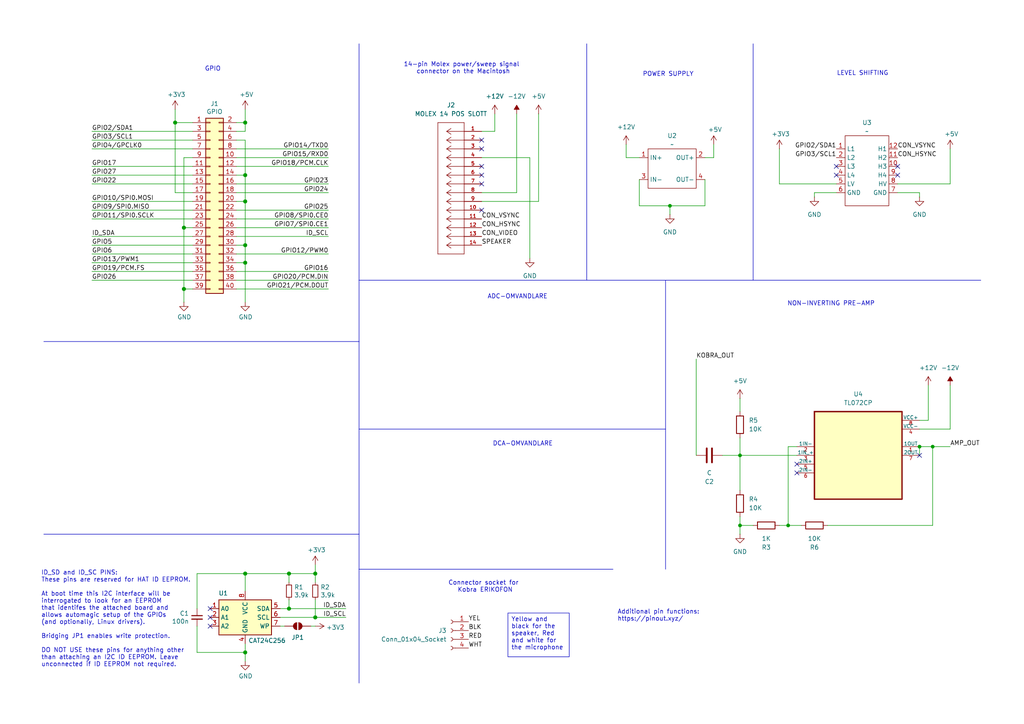
<source format=kicad_sch>
(kicad_sch (version 20250114) (generator "eeschema") (generator_version "9.0")
  (paper "A4")
  (title_block (date "15 nov 2012"))
  (lib_symbols
    (symbol "Connector:Conn_01x04_Socket" (pin_names (offset 1.016) (hide yes))
      (property "Reference" "J" (at 0 5.08 0))
      (property "Value" "Conn_01x04_Socket" (at 0 -7.62 0))
      (symbol "Conn_01x04_Socket_1_1"
        (polyline (pts (xy -1.27 2.54) (xy -0.508 2.54)) (stroke (width 0.1524)))
        (polyline (pts (xy -1.27 0) (xy -0.508 0)) (stroke (width 0.1524)))
        (polyline (pts (xy -1.27 -2.54) (xy -0.508 -2.54)) (stroke (width 0.1524)))
        (polyline (pts (xy -1.27 -5.08) (xy -0.508 -5.08)) (stroke (width 0.1524)))
        (arc (start 0 2.032) (mid -0.5058 2.54) (end 0 3.048) (stroke (width 0.1524)))
        (arc (start 0 -0.508) (mid -0.5058 0) (end 0 0.508) (stroke (width 0.1524)))
        (arc (start 0 -3.048) (mid -0.5058 -2.54) (end 0 -2.032) (stroke (width 0.1524)))
        (arc (start 0 -5.588) (mid -0.5058 -5.08) (end 0 -4.572) (stroke (width 0.1524)))
        (pin passive line (at -5.08 2.54 0) (length 3.81) (name "Pin_1") (number "1"))
        (pin passive line (at -5.08 0 0) (length 3.81) (name "Pin_2") (number "2"))
        (pin passive line (at -5.08 -2.54 0) (length 3.81) (name "Pin_3") (number "3"))
        (pin passive line (at -5.08 -5.08 0) (length 3.81) (name "Pin_4") (number "4"))
      )
    )
    (symbol "Connector_Generic:Conn_02x20_Odd_Even" (pin_names (offset 1.016) (hide yes))
      (property "Reference" "J" (at 1.27 25.4 0))
      (property "Value" "Conn_02x20_Odd_Even" (at 1.27 -27.94 0))
      (symbol "Conn_02x20_Odd_Even_1_1"
        (rectangle (start -1.27 24.13) (end 3.81 -26.67) (stroke (width 0.254)) (fill (type background)))
        (rectangle (start -1.27 22.987) (end 0 22.733) (stroke (width 0.1524)))
        (rectangle (start -1.27 20.447) (end 0 20.193) (stroke (width 0.1524)))
        (rectangle (start -1.27 17.907) (end 0 17.653) (stroke (width 0.1524)))
        (rectangle (start -1.27 15.367) (end 0 15.113) (stroke (width 0.1524)))
        (rectangle (start -1.27 12.827) (end 0 12.573) (stroke (width 0.1524)))
        (rectangle (start -1.27 10.287) (end 0 10.033) (stroke (width 0.1524)))
        (rectangle (start -1.27 7.747) (end 0 7.493) (stroke (width 0.1524)))
        (rectangle (start -1.27 5.207) (end 0 4.953) (stroke (width 0.1524)))
        (rectangle (start -1.27 2.667) (end 0 2.413) (stroke (width 0.1524)))
        (rectangle (start -1.27 0.127) (end 0 -0.127) (stroke (width 0.1524)))
        (rectangle (start -1.27 -2.413) (end 0 -2.667) (stroke (width 0.1524)))
        (rectangle (start -1.27 -4.953) (end 0 -5.207) (stroke (width 0.1524)))
        (rectangle (start -1.27 -7.493) (end 0 -7.747) (stroke (width 0.1524)))
        (rectangle (start -1.27 -10.033) (end 0 -10.287) (stroke (width 0.1524)))
        (rectangle (start -1.27 -12.573) (end 0 -12.827) (stroke (width 0.1524)))
        (rectangle (start -1.27 -15.113) (end 0 -15.367) (stroke (width 0.1524)))
        (rectangle (start -1.27 -17.653) (end 0 -17.907) (stroke (width 0.1524)))
        (rectangle (start -1.27 -20.193) (end 0 -20.447) (stroke (width 0.1524)))
        (rectangle (start -1.27 -22.733) (end 0 -22.987) (stroke (width 0.1524)))
        (rectangle (start -1.27 -25.273) (end 0 -25.527) (stroke (width 0.1524)))
        (rectangle (start 3.81 22.987) (end 2.54 22.733) (stroke (width 0.1524)))
        (rectangle (start 3.81 20.447) (end 2.54 20.193) (stroke (width 0.1524)))
        (rectangle (start 3.81 17.907) (end 2.54 17.653) (stroke (width 0.1524)))
        (rectangle (start 3.81 15.367) (end 2.54 15.113) (stroke (width 0.1524)))
        (rectangle (start 3.81 12.827) (end 2.54 12.573) (stroke (width 0.1524)))
        (rectangle (start 3.81 10.287) (end 2.54 10.033) (stroke (width 0.1524)))
        (rectangle (start 3.81 7.747) (end 2.54 7.493) (stroke (width 0.1524)))
        (rectangle (start 3.81 5.207) (end 2.54 4.953) (stroke (width 0.1524)))
        (rectangle (start 3.81 2.667) (end 2.54 2.413) (stroke (width 0.1524)))
        (rectangle (start 3.81 0.127) (end 2.54 -0.127) (stroke (width 0.1524)))
        (rectangle (start 3.81 -2.413) (end 2.54 -2.667) (stroke (width 0.1524)))
        (rectangle (start 3.81 -4.953) (end 2.54 -5.207) (stroke (width 0.1524)))
        (rectangle (start 3.81 -7.493) (end 2.54 -7.747) (stroke (width 0.1524)))
        (rectangle (start 3.81 -10.033) (end 2.54 -10.287) (stroke (width 0.1524)))
        (rectangle (start 3.81 -12.573) (end 2.54 -12.827) (stroke (width 0.1524)))
        (rectangle (start 3.81 -15.113) (end 2.54 -15.367) (stroke (width 0.1524)))
        (rectangle (start 3.81 -17.653) (end 2.54 -17.907) (stroke (width 0.1524)))
        (rectangle (start 3.81 -20.193) (end 2.54 -20.447) (stroke (width 0.1524)))
        (rectangle (start 3.81 -22.733) (end 2.54 -22.987) (stroke (width 0.1524)))
        (rectangle (start 3.81 -25.273) (end 2.54 -25.527) (stroke (width 0.1524)))
        (pin passive line (at -5.08 22.86 0) (length 3.81) (name "Pin_1") (number "1"))
        (pin passive line (at -5.08 20.32 0) (length 3.81) (name "Pin_3") (number "3"))
        (pin passive line (at -5.08 17.78 0) (length 3.81) (name "Pin_5") (number "5"))
        (pin passive line (at -5.08 15.24 0) (length 3.81) (name "Pin_7") (number "7"))
        (pin passive line (at -5.08 12.7 0) (length 3.81) (name "Pin_9") (number "9"))
        (pin passive line (at -5.08 10.16 0) (length 3.81) (name "Pin_11") (number "11"))
        (pin passive line (at -5.08 7.62 0) (length 3.81) (name "Pin_13") (number "13"))
        (pin passive line (at -5.08 5.08 0) (length 3.81) (name "Pin_15") (number "15"))
        (pin passive line (at -5.08 2.54 0) (length 3.81) (name "Pin_17") (number "17"))
        (pin passive line (at -5.08 0 0) (length 3.81) (name "Pin_19") (number "19"))
        (pin passive line (at -5.08 -2.54 0) (length 3.81) (name "Pin_21") (number "21"))
        (pin passive line (at -5.08 -5.08 0) (length 3.81) (name "Pin_23") (number "23"))
        (pin passive line (at -5.08 -7.62 0) (length 3.81) (name "Pin_25") (number "25"))
        (pin passive line (at -5.08 -10.16 0) (length 3.81) (name "Pin_27") (number "27"))
        (pin passive line (at -5.08 -12.7 0) (length 3.81) (name "Pin_29") (number "29"))
        (pin passive line (at -5.08 -15.24 0) (length 3.81) (name "Pin_31") (number "31"))
        (pin passive line (at -5.08 -17.78 0) (length 3.81) (name "Pin_33") (number "33"))
        (pin passive line (at -5.08 -20.32 0) (length 3.81) (name "Pin_35") (number "35"))
        (pin passive line (at -5.08 -22.86 0) (length 3.81) (name "Pin_37") (number "37"))
        (pin passive line (at -5.08 -25.4 0) (length 3.81) (name "Pin_39") (number "39"))
        (pin passive line (at 7.62 22.86 180) (length 3.81) (name "Pin_2") (number "2"))
        (pin passive line (at 7.62 20.32 180) (length 3.81) (name "Pin_4") (number "4"))
        (pin passive line (at 7.62 17.78 180) (length 3.81) (name "Pin_6") (number "6"))
        (pin passive line (at 7.62 15.24 180) (length 3.81) (name "Pin_8") (number "8"))
        (pin passive line (at 7.62 12.7 180) (length 3.81) (name "Pin_10") (number "10"))
        (pin passive line (at 7.62 10.16 180) (length 3.81) (name "Pin_12") (number "12"))
        (pin passive line (at 7.62 7.62 180) (length 3.81) (name "Pin_14") (number "14"))
        (pin passive line (at 7.62 5.08 180) (length 3.81) (name "Pin_16") (number "16"))
        (pin passive line (at 7.62 2.54 180) (length 3.81) (name "Pin_18") (number "18"))
        (pin passive line (at 7.62 0 180) (length 3.81) (name "Pin_20") (number "20"))
        (pin passive line (at 7.62 -2.54 180) (length 3.81) (name "Pin_22") (number "22"))
        (pin passive line (at 7.62 -5.08 180) (length 3.81) (name "Pin_24") (number "24"))
        (pin passive line (at 7.62 -7.62 180) (length 3.81) (name "Pin_26") (number "26"))
        (pin passive line (at 7.62 -10.16 180) (length 3.81) (name "Pin_28") (number "28"))
        (pin passive line (at 7.62 -12.7 180) (length 3.81) (name "Pin_30") (number "30"))
        (pin passive line (at 7.62 -15.24 180) (length 3.81) (name "Pin_32") (number "32"))
        (pin passive line (at 7.62 -17.78 180) (length 3.81) (name "Pin_34") (number "34"))
        (pin passive line (at 7.62 -20.32 180) (length 3.81) (name "Pin_36") (number "36"))
        (pin passive line (at 7.62 -22.86 180) (length 3.81) (name "Pin_38") (number "38"))
        (pin passive line (at 7.62 -25.4 180) (length 3.81) (name "Pin_40") (number "40"))
      )
    )
    (symbol "Device:C" (pin_numbers (hide yes)) (pin_names (offset 0.254))
      (property "Reference" "C" (at 0.635 2.54 0))
      (property "Value" "C" (at 0.635 -2.54 0))
      (symbol "C_0_1"
        (polyline (pts (xy -2.032 0.762) (xy 2.032 0.762)) (stroke (width 0.508)))
        (polyline (pts (xy -2.032 -0.762) (xy 2.032 -0.762)) (stroke (width 0.508)))
      )
      (symbol "C_1_1"
        (pin passive line (at 0 3.81 270) (length 2.794) (name "~") (number "1"))
        (pin passive line (at 0 -3.81 90) (length 2.794) (name "~") (number "2"))
      )
    )
    (symbol "Device:C_Small" (pin_numbers (hide yes)) (pin_names (offset 0.254) (hide yes))
      (property "Reference" "C" (at 0.254 1.778 0))
      (property "Value" "C_Small" (at 0.254 -2.032 0))
      (symbol "C_Small_0_1"
        (polyline (pts (xy -1.524 0.508) (xy 1.524 0.508)) (stroke (width 0.3048)))
        (polyline (pts (xy -1.524 -0.508) (xy 1.524 -0.508)) (stroke (width 0.3302)))
      )
      (symbol "C_Small_1_1"
        (pin passive line (at 0 2.54 270) (length 2.032) (name "~") (number "1"))
        (pin passive line (at 0 -2.54 90) (length 2.032) (name "~") (number "2"))
      )
    )
    (symbol "Device:R" (pin_numbers (hide yes)) (pin_names (offset 0))
      (property "Reference" "R" (at 2.032 0 90))
      (property "Value" "R" (at 0 0 90))
      (symbol "R_0_1"
        (rectangle (start -1.016 -2.54) (end 1.016 2.54) (stroke (width 0.254)))
      )
      (symbol "R_1_1"
        (pin passive line (at 0 3.81 270) (length 1.27) (name "~") (number "1"))
        (pin passive line (at 0 -3.81 90) (length 1.27) (name "~") (number "2"))
      )
    )
    (symbol "Device:R_Small" (pin_numbers (hide yes)) (pin_names (offset 0.254) (hide yes))
      (property "Reference" "R" (at 0.762 0.508 0))
      (property "Value" "R_Small" (at 0.762 -1.016 0))
      (symbol "R_Small_0_1"
        (rectangle (start -0.762 1.778) (end 0.762 -1.778) (stroke (width 0.2032)))
      )
      (symbol "R_Small_1_1"
        (pin passive line (at 0 2.54 270) (length 0.762) (name "~") (number "1"))
        (pin passive line (at 0 -2.54 90) (length 0.762) (name "~") (number "2"))
      )
    )
    (symbol "Jumper:SolderJumper_2_Open" (pin_numbers (hide yes)) (pin_names (offset 0) (hide yes)) (exclude_from_sim yes) (in_bom no)
      (property "Reference" "JP" (at 0 2.032 0))
      (property "Value" "SolderJumper_2_Open" (at 0 -2.54 0))
      (symbol "SolderJumper_2_Open_0_1"
        (polyline (pts (xy -0.254 1.016) (xy -0.254 -1.016)))
        (arc (start -0.254 -1.016) (mid -1.2656 0) (end -0.254 1.016))
        (arc (start -0.254 -1.016) (mid -1.2656 0) (end -0.254 1.016) (fill (type outline)))
        (arc (start 0.254 1.016) (mid 1.2656 0) (end 0.254 -1.016))
        (arc (start 0.254 1.016) (mid 1.2656 0) (end 0.254 -1.016) (fill (type outline)))
        (polyline (pts (xy 0.254 1.016) (xy 0.254 -1.016)))
      )
      (symbol "SolderJumper_2_Open_1_1"
        (pin passive line (at -3.81 0 0) (length 2.54) (name "A") (number "1"))
        (pin passive line (at 3.81 0 180) (length 2.54) (name "B") (number "2"))
      )
    )
    (symbol "Memory_EEPROM:CAT24C256"
      (property "Reference" "U" (at -6.35 6.35 0))
      (property "Value" "CAT24C256" (at 1.27 6.35 0))
      (symbol "CAT24C256_1_1"
        (rectangle (start -7.62 5.08) (end 7.62 -5.08) (stroke (width 0.254)) (fill (type background)))
        (pin input line (at -10.16 2.54 0) (length 2.54) (name "A0") (number "1"))
        (pin input line (at -10.16 0 0) (length 2.54) (name "A1") (number "2"))
        (pin input line (at -10.16 -2.54 0) (length 2.54) (name "A2") (number "3"))
        (pin power_in line (at 0 7.62 270) (length 2.54) (name "VCC") (number "8"))
        (pin power_in line (at 0 -7.62 90) (length 2.54) (name "GND") (number "4"))
        (pin bidirectional line (at 10.16 2.54 180) (length 2.54) (name "SDA") (number "5"))
        (pin input line (at 10.16 0 180) (length 2.54) (name "SCL") (number "6"))
        (pin input line (at 10.16 -2.54 180) (length 2.54) (name "WP") (number "7"))
      )
    )
    (symbol "ScrlK-symbols:LM2596_DC/DC"
      (property "Reference" "U" (at 0 0 0))
      (symbol "LM2596_DC/DC_0_1"
        (rectangle (start -6.35 5.08) (end 7.62 -6.35))
      )
      (symbol "LM2596_DC/DC_1_1"
        (pin input line (at -8.89 2.54 0) (length 2.54) (name "IN+") (number "1"))
        (pin input line (at -8.89 -3.81 0) (length 2.54) (name "IN-") (number "3"))
        (pin output line (at 10.16 2.54 180) (length 2.54) (name "OUT+") (number "2"))
        (pin output line (at 10.16 -3.81 180) (length 2.54) (name "OUT-") (number "4"))
      )
    )
    (symbol "ScrlK-symbols:MOLEX 14 POS SLOTT" (pin_names (offset 1.016))
      (property "Reference" "J" (at 4.1656 5.3086 0))
      (property "Value" "MOLEX 14 POS SLOTT" (at 4.8006 -16.2814 0))
      (symbol "MOLEX 14 POS SLOTT_0_0"
        (polyline (pts (xy 5.08 2.54) (xy 5.08 -35.56)) (stroke (width 0.1524)))
        (polyline (pts (xy 5.08 -35.56) (xy 12.7 -35.56)) (stroke (width 0.1524)))
        (polyline (pts (xy 10.16 0) (xy 5.08 0)) (stroke (width 0.1524)))
        (polyline (pts (xy 10.16 0) (xy 8.89 0.8382)) (stroke (width 0.1524)))
        (polyline (pts (xy 10.16 0) (xy 8.89 -0.8382)) (stroke (width 0.1524)))
        (polyline (pts (xy 10.16 -2.54) (xy 5.08 -2.54)) (stroke (width 0.1524)))
        (polyline (pts (xy 10.16 -2.54) (xy 8.89 -1.7018)) (stroke (width 0.1524)))
        (polyline (pts (xy 10.16 -2.54) (xy 8.89 -3.3782)) (stroke (width 0.1524)))
        (polyline (pts (xy 10.16 -5.08) (xy 5.08 -5.08)) (stroke (width 0.1524)))
        (polyline (pts (xy 10.16 -5.08) (xy 8.89 -4.2418)) (stroke (width 0.1524)))
        (polyline (pts (xy 10.16 -5.08) (xy 8.89 -5.9182)) (stroke (width 0.1524)))
        (polyline (pts (xy 10.16 -7.62) (xy 5.08 -7.62)) (stroke (width 0.1524)))
        (polyline (pts (xy 10.16 -7.62) (xy 8.89 -6.7818)) (stroke (width 0.1524)))
        (polyline (pts (xy 10.16 -7.62) (xy 8.89 -8.4582)) (stroke (width 0.1524)))
        (polyline (pts (xy 10.16 -10.16) (xy 5.08 -10.16)) (stroke (width 0.1524)))
        (polyline (pts (xy 10.16 -10.16) (xy 8.89 -9.3218)) (stroke (width 0.1524)))
        (polyline (pts (xy 10.16 -10.16) (xy 8.89 -10.9982)) (stroke (width 0.1524)))
        (polyline (pts (xy 10.16 -12.7) (xy 5.08 -12.7)) (stroke (width 0.1524)))
        (polyline (pts (xy 10.16 -12.7) (xy 8.89 -11.8618)) (stroke (width 0.1524)))
        (polyline (pts (xy 10.16 -12.7) (xy 8.89 -13.5382)) (stroke (width 0.1524)))
        (polyline (pts (xy 10.16 -15.24) (xy 5.08 -15.24)) (stroke (width 0.1524)))
        (polyline (pts (xy 10.16 -15.24) (xy 8.89 -14.4018)) (stroke (width 0.1524)))
        (polyline (pts (xy 10.16 -15.24) (xy 8.89 -16.0782)) (stroke (width 0.1524)))
        (polyline (pts (xy 10.16 -17.78) (xy 5.08 -17.78)) (stroke (width 0.1524)))
        (polyline (pts (xy 10.16 -17.78) (xy 8.89 -16.9418)) (stroke (width 0.1524)))
        (polyline (pts (xy 10.16 -17.78) (xy 8.89 -18.6182)) (stroke (width 0.1524)))
        (polyline (pts (xy 10.16 -20.32) (xy 5.08 -20.32)) (stroke (width 0.1524)))
        (polyline (pts (xy 10.16 -20.32) (xy 8.89 -19.4818)) (stroke (width 0.1524)))
        (polyline (pts (xy 10.16 -20.32) (xy 8.89 -21.1582)) (stroke (width 0.1524)))
        (polyline (pts (xy 10.16 -22.86) (xy 5.08 -22.86)) (stroke (width 0.1524)))
        (polyline (pts (xy 10.16 -22.86) (xy 8.89 -22.0218)) (stroke (width 0.1524)))
        (polyline (pts (xy 10.16 -22.86) (xy 8.89 -23.6982)) (stroke (width 0.1524)))
        (polyline (pts (xy 10.16 -25.4) (xy 5.08 -25.4)) (stroke (width 0.1524)))
        (polyline (pts (xy 10.16 -25.4) (xy 8.89 -24.5618)) (stroke (width 0.1524)))
        (polyline (pts (xy 10.16 -25.4) (xy 8.89 -26.2382)) (stroke (width 0.1524)))
        (polyline (pts (xy 10.16 -27.94) (xy 5.08 -27.94)) (stroke (width 0.1524)))
        (polyline (pts (xy 10.16 -27.94) (xy 8.89 -27.1018)) (stroke (width 0.1524)))
        (polyline (pts (xy 10.16 -27.94) (xy 8.89 -28.7782)) (stroke (width 0.1524)))
        (polyline (pts (xy 10.16 -30.48) (xy 5.08 -30.48)) (stroke (width 0.1524)))
        (polyline (pts (xy 10.16 -30.48) (xy 8.89 -29.6418)) (stroke (width 0.1524)))
        (polyline (pts (xy 10.16 -30.48) (xy 8.89 -31.3182)) (stroke (width 0.1524)))
        (polyline (pts (xy 10.16 -33.02) (xy 5.08 -33.02)) (stroke (width 0.1524)))
        (polyline (pts (xy 10.16 -33.02) (xy 8.89 -32.1818)) (stroke (width 0.1524)))
        (polyline (pts (xy 10.16 -33.02) (xy 8.89 -33.8582)) (stroke (width 0.1524)))
        (polyline (pts (xy 12.7 2.54) (xy 5.08 2.54)) (stroke (width 0.1524)))
        (polyline (pts (xy 12.7 -35.56) (xy 12.7 2.54)) (stroke (width 0.1524)))
        (pin passive line (at 0 0 0) (length 5.08) (name "~") (number "1"))
        (pin passive line (at 0 -2.54 0) (length 5.08) (name "~") (number "2"))
        (pin passive line (at 0 -5.08 0) (length 5.08) (name "~") (number "3"))
        (pin passive line (at 0 -7.62 0) (length 5.08) (name "~") (number "4"))
        (pin passive line (at 0 -10.16 0) (length 5.08) (name "~") (number "5"))
        (pin passive line (at 0 -12.7 0) (length 5.08) (name "~") (number "6"))
        (pin passive line (at 0 -15.24 0) (length 5.08) (name "~") (number "7"))
        (pin passive line (at 0 -17.78 0) (length 5.08) (name "~") (number "8"))
        (pin passive line (at 0 -20.32 0) (length 5.08) (name "~") (number "9"))
        (pin passive line (at 0 -22.86 0) (length 5.08) (name "~") (number "10"))
        (pin passive line (at 0 -25.4 0) (length 5.08) (name "~") (number "11"))
        (pin passive line (at 0 -27.94 0) (length 5.08) (name "~") (number "12"))
        (pin passive line (at 0 -30.48 0) (length 5.08) (name "~") (number "13"))
        (pin passive line (at 0 -33.02 0) (length 5.08) (name "~") (number "14"))
      )
    )
    (symbol "ScrlK-symbols:TL072CP" (pin_names (offset 0))
      (property "Reference" "U" (at -12.7 13.7 0))
      (property "Value" "TL072CP" (at -12.7 -16.7 0))
      (symbol "TL072CP_0_0"
        (rectangle (start -12.7 -12.7) (end 12.7 12.7) (stroke (width 0.41)) (fill (type background)))
        (pin input line (at -17.78 2.54 0) (length 5.08) (name "1IN-") (number "2"))
        (pin input line (at -17.78 0 0) (length 5.08) (name "1IN_+") (number "3"))
        (pin input line (at -17.78 -2.54 0) (length 5.08) (name "2IN+") (number "5"))
        (pin input line (at -17.78 -5.08 0) (length 5.08) (name "2IN-") (number "6"))
        (pin power_in line (at 17.78 10.16 180) (length 5.08) (name "VCC+") (number "8"))
        (pin power_in line (at 17.78 7.62 180) (length 5.08) (name "VCC-") (number "4"))
        (pin output line (at 17.78 2.54 180) (length 5.08) (name "1OUT") (number "1"))
        (pin output line (at 17.78 0 180) (length 5.08) (name "2OUT") (number "7"))
      )
    )
    (symbol "ScrlK-symbols:level-shifter"
      (property "Reference" "U" (at 0 0 0))
      (symbol "level-shifter_0_1"
        (rectangle (start -6.35 8.89) (end 6.35 -11.43))
      )
      (symbol "level-shifter_1_1"
        (pin bidirectional line (at -8.89 5.08 0) (length 2.54) (name "L1") (number "1"))
        (pin bidirectional line (at -8.89 2.54 0) (length 2.54) (name "L2") (number "2"))
        (pin bidirectional line (at -8.89 0 0) (length 2.54) (name "L3") (number "3"))
        (pin bidirectional line (at -8.89 -2.54 0) (length 2.54) (name "L4") (number "4"))
        (pin bidirectional line (at -8.89 -5.08 0) (length 2.54) (name "LV") (number "5"))
        (pin output line (at -8.89 -7.62 0) (length 2.54) (name "GND") (number "6"))
        (pin bidirectional line (at 8.89 5.08 180) (length 2.54) (name "H1") (number "12"))
        (pin bidirectional line (at 8.89 2.54 180) (length 2.54) (name "H2") (number "11"))
        (pin bidirectional line (at 8.89 0 180) (length 2.54) (name "H3") (number "10"))
        (pin bidirectional line (at 8.89 -2.54 180) (length 2.54) (name "H4") (number "9"))
        (pin bidirectional line (at 8.89 -5.08 180) (length 2.54) (name "HV") (number "8"))
        (pin output line (at 8.89 -7.62 180) (length 2.54) (name "GND") (number "7"))
      )
    )
    (symbol "power:+12V" (power) (pin_numbers (hide yes)) (pin_names (offset 0) (hide yes))
      (property "Value" "+12V" (at 0 3.556 0))
      (symbol "+12V_0_1"
        (polyline (pts (xy -0.762 1.27) (xy 0 2.54)))
        (polyline (pts (xy 0 2.54) (xy 0.762 1.27)))
        (polyline (pts (xy 0 0) (xy 0 2.54)))
      )
      (symbol "+12V_1_1"
        (pin power_in line (at 0 0 90) (length 0) (name "~") (number "1"))
      )
    )
    (symbol "power:+3.3V" (power) (pin_numbers (hide yes)) (pin_names (offset 0) (hide yes))
      (property "Value" "+3.3V" (at 0 3.556 0))
      (symbol "+3.3V_0_1"
        (polyline (pts (xy -0.762 1.27) (xy 0 2.54)))
        (polyline (pts (xy 0 2.54) (xy 0.762 1.27)))
        (polyline (pts (xy 0 0) (xy 0 2.54)))
      )
      (symbol "+3.3V_1_1"
        (pin power_in line (at 0 0 90) (length 0) (name "~") (number "1"))
      )
    )
    (symbol "power:+5V" (power) (pin_numbers (hide yes)) (pin_names (offset 0) (hide yes))
      (property "Value" "+5V" (at 0 3.556 0))
      (symbol "+5V_0_1"
        (polyline (pts (xy -0.762 1.27) (xy 0 2.54)))
        (polyline (pts (xy 0 2.54) (xy 0.762 1.27)))
        (polyline (pts (xy 0 0) (xy 0 2.54)))
      )
      (symbol "+5V_1_1"
        (pin power_in line (at 0 0 90) (length 0) (name "~") (number "1"))
      )
    )
    (symbol "power:-12V" (power) (pin_numbers (hide yes)) (pin_names (offset 0) (hide yes))
      (property "Value" "-12V" (at 0 3.556 0))
      (symbol "-12V_0_0"
        (pin power_in line (at 0 0 90) (length 0) (name "~") (number "1"))
      )
      (symbol "-12V_0_1"
        (polyline (pts (xy 0 0) (xy 0 1.27) (xy 0.762 1.27) (xy 0 2.54) (xy -0.762 1.27) (xy 0 1.27)) (fill (type outline)))
      )
    )
    (symbol "power:GND" (power) (pin_numbers (hide yes)) (pin_names (offset 0) (hide yes))
      (property "Value" "GND" (at 0 -3.81 0))
      (symbol "GND_0_1"
        (polyline (pts (xy 0 0) (xy 0 -1.27) (xy 1.27 -1.27) (xy 0 -2.54) (xy -1.27 -1.27) (xy 0 -1.27)))
      )
      (symbol "GND_1_1"
        (pin power_in line (at 0 0 270) (length 0) (name "~") (number "1"))
      )
    )
  )
  (text "LEVEL SHIFTING" (at 250.19 21.336 0) (effects (font (size 1.27 1.27))))
  (text "DCA-OMVANDLARE" (at 151.638 128.778 0) (effects (font (size 1.27 1.27))))
  (text "GPIO" (at 61.722 20.066 0) (effects (font (size 1.27 1.27))))
  (text "Additional pin functions:\nhttps://pinout.xyz/" (at 179.07 180.34 0) (effects (font (size 1.27 1.27)) (justify left bottom)))
  (text "Connector socket for \nKobra ERIKOFON\n" (at 140.716 170.18 0) (effects (font (size 1.27 1.27))))
  (text "ID_SD and ID_SC PINS:\nThese pins are reserved for HAT ID EEPROM.\n\nAt boot time this I2C interface will be\ninterrogated to look for an EEPROM\nthat identifes the attached board and\nallows automagic setup of the GPIOs\n(and optionally, Linux drivers).\n\nBridging JP1 enables write protection.\n\nDO NOT USE these pins for anything other\nthan attaching an I2C ID EEPROM. Leave\nunconnected if ID EEPROM not required." (at 11.938 193.548 0) (effects (font (size 1.27 1.27)) (justify left bottom)))
  (text "14-pin Molex power/sweep signal \nconnector on the Macintosh" (at 134.366 19.812 0) (effects (font (size 1.27 1.27))))
  (text "NON-INVERTING PRE-AMP" (at 241.046 88.138 0) (effects (font (size 1.27 1.27))))
  (text "ADC-OMVANDLARE" (at 150.114 86.106 0) (effects (font (size 1.27 1.27))))
  (text "POWER SUPPLY" (at 193.802 21.59 0) (effects (font (size 1.27 1.27))))
  (text_box "Yellow and black for the speaker, Red and white for the microphone\n" (at 147.32 177.8 0) (size 17.78 12.7) (margins 0.9525 0.9525 0.9525 0.9525) (effects (font (size 1.27 1.27)) (justify left top)))
  (junction (at 270.51 129.54))
  (junction (at 83.82 176.53) (diameter 1.016))
  (junction (at 71.12 35.56) (diameter 1.016))
  (junction (at 71.12 189.23) (diameter 1.016))
  (junction (at 71.12 50.8) (diameter 1.016))
  (junction (at 71.12 166.37) (diameter 1.016))
  (junction (at 91.44 166.37) (diameter 1.016))
  (junction (at 53.34 83.82) (diameter 1.016))
  (junction (at 53.34 66.04) (diameter 1.016))
  (junction (at 71.12 76.2) (diameter 1.016))
  (junction (at 194.31 59.69))
  (junction (at 71.12 71.12) (diameter 1.016))
  (junction (at 71.12 58.42) (diameter 1.016))
  (junction (at 91.44 179.07) (diameter 1.016))
  (junction (at 266.7 129.54))
  (junction (at 228.6 152.4))
  (junction (at 214.63 132.08))
  (junction (at 214.63 152.4))
  (junction (at 50.8 35.56) (diameter 1.016))
  (junction (at 83.82 166.37) (diameter 1.016))
  (no_connect (at 60.96 176.53))
  (no_connect (at 60.96 179.07))
  (no_connect (at 60.96 181.61))
  (no_connect (at 260.35 50.8))
  (no_connect (at 139.7 43.18))
  (no_connect (at 266.7 132.08))
  (no_connect (at 139.7 40.64))
  (no_connect (at 139.7 53.34))
  (no_connect (at 260.35 48.26))
  (no_connect (at 139.7 48.26))
  (no_connect (at 242.57 48.26))
  (no_connect (at 242.57 50.8))
  (no_connect (at 139.7 50.8))
  (no_connect (at 139.7 60.96))
  (no_connect (at 231.14 137.16))
  (no_connect (at 231.14 134.62))
  (wire (pts (xy 156.21 58.42) (xy 156.21 33.02)))
  (wire (pts (xy 53.34 66.04) (xy 53.34 83.82)))
  (wire (pts (xy 68.58 66.04) (xy 95.25 66.04)))
  (wire (pts (xy 55.88 48.26) (xy 26.67 48.26)))
  (wire (pts (xy 71.12 166.37) (xy 83.82 166.37)))
  (wire (pts (xy 91.44 166.37) (xy 83.82 166.37)))
  (wire (pts (xy 91.44 168.91) (xy 91.44 166.37)))
  (wire (pts (xy 71.12 40.64) (xy 71.12 50.8)))
  (wire (pts (xy 71.12 58.42) (xy 68.58 58.42)))
  (wire (pts (xy 71.12 71.12) (xy 71.12 76.2)))
  (wire (pts (xy 153.67 45.72) (xy 153.67 74.93)))
  (wire (pts (xy 266.7 57.15) (xy 266.7 55.88)))
  (polyline (pts (xy 104.14 124.46) (xy 193.04 124.46)))
  (polyline (pts (xy 104.14 165.1) (xy 177.8 165.1)))
  (wire (pts (xy 226.06 53.34) (xy 242.57 53.34)))
  (wire (pts (xy 242.57 55.88) (xy 236.22 55.88)))
  (polyline (pts (xy 104.14 165.1) (xy 104.14 198.12)))
  (wire (pts (xy 71.12 58.42) (xy 71.12 71.12)))
  (wire (pts (xy 68.58 43.18) (xy 95.25 43.18)))
  (polyline (pts (xy 218.44 12.7) (xy 218.44 81.28)))
  (wire (pts (xy 53.34 45.72) (xy 53.34 66.04)))
  (polyline (pts (xy 12.7 99.06) (xy 104.14 99.06)))
  (wire (pts (xy 81.28 176.53) (xy 83.82 176.53)))
  (wire (pts (xy 83.82 176.53) (xy 100.33 176.53)))
  (wire (pts (xy 275.59 43.18) (xy 275.59 53.34)))
  (wire (pts (xy 214.63 115.57) (xy 214.63 119.38)))
  (wire (pts (xy 266.7 129.54) (xy 270.51 129.54)))
  (wire (pts (xy 228.6 129.54) (xy 231.14 129.54)))
  (wire (pts (xy 53.34 45.72) (xy 55.88 45.72)))
  (wire (pts (xy 81.28 181.61) (xy 82.55 181.61)))
  (wire (pts (xy 90.17 181.61) (xy 91.44 181.61)))
  (wire (pts (xy 68.58 63.5) (xy 95.25 63.5)))
  (polyline (pts (xy 193.04 81.28) (xy 193.04 165.1)))
  (wire (pts (xy 55.88 68.58) (xy 26.67 68.58)))
  (wire (pts (xy 26.67 71.12) (xy 55.88 71.12)))
  (wire (pts (xy 139.7 45.72) (xy 153.67 45.72)))
  (wire (pts (xy 53.34 66.04) (xy 55.88 66.04)))
  (wire (pts (xy 91.44 163.83) (xy 91.44 166.37)))
  (wire (pts (xy 68.58 53.34) (xy 95.25 53.34)))
  (wire (pts (xy 71.12 166.37) (xy 71.12 171.45)))
  (polyline (pts (xy 104.14 81.28) (xy 284.48 81.28)))
  (wire (pts (xy 194.31 59.69) (xy 204.47 59.69)))
  (wire (pts (xy 218.44 152.4) (xy 214.63 152.4)))
  (wire (pts (xy 207.01 45.72) (xy 207.01 41.91)))
  (wire (pts (xy 68.58 83.82) (xy 95.25 83.82)))
  (wire (pts (xy 53.34 83.82) (xy 53.34 87.63)))
  (wire (pts (xy 26.67 50.8) (xy 55.88 50.8)))
  (wire (pts (xy 91.44 173.99) (xy 91.44 179.07)))
  (wire (pts (xy 50.8 31.75) (xy 50.8 35.56)))
  (wire (pts (xy 266.7 124.46) (xy 275.59 124.46)))
  (wire (pts (xy 270.51 152.4) (xy 270.51 129.54)))
  (polyline (pts (xy 104.14 99.06) (xy 104.14 165.1)))
  (wire (pts (xy 240.03 152.4) (xy 270.51 152.4)))
  (wire (pts (xy 71.12 76.2) (xy 68.58 76.2)))
  (wire (pts (xy 26.67 40.64) (xy 55.88 40.64)))
  (wire (pts (xy 269.24 111.76) (xy 269.24 121.92)))
  (wire (pts (xy 26.67 63.5) (xy 55.88 63.5)))
  (wire (pts (xy 236.22 55.88) (xy 236.22 57.15)))
  (wire (pts (xy 149.86 55.88) (xy 139.7 55.88)))
  (wire (pts (xy 50.8 55.88) (xy 55.88 55.88)))
  (wire (pts (xy 181.61 45.72) (xy 185.42 45.72)))
  (wire (pts (xy 55.88 38.1) (xy 26.67 38.1)))
  (wire (pts (xy 71.12 35.56) (xy 71.12 38.1)))
  (polyline (pts (xy 104.14 12.7) (xy 104.14 81.28)))
  (wire (pts (xy 71.12 50.8) (xy 71.12 58.42)))
  (wire (pts (xy 68.58 48.26) (xy 95.25 48.26)))
  (wire (pts (xy 71.12 50.8) (xy 68.58 50.8)))
  (wire (pts (xy 71.12 31.75) (xy 71.12 35.56)))
  (wire (pts (xy 228.6 152.4) (xy 226.06 152.4)))
  (wire (pts (xy 26.67 43.18) (xy 55.88 43.18)))
  (wire (pts (xy 83.82 166.37) (xy 83.82 168.91)))
  (wire (pts (xy 71.12 35.56) (xy 68.58 35.56)))
  (wire (pts (xy 214.63 149.86) (xy 214.63 152.4)))
  (wire (pts (xy 50.8 35.56) (xy 50.8 55.88)))
  (wire (pts (xy 68.58 55.88) (xy 95.25 55.88)))
  (wire (pts (xy 201.93 104.14) (xy 201.93 132.08)))
  (wire (pts (xy 68.58 45.72) (xy 95.25 45.72)))
  (wire (pts (xy 185.42 59.69) (xy 194.31 59.69)))
  (wire (pts (xy 185.42 52.07) (xy 185.42 59.69)))
  (wire (pts (xy 83.82 173.99) (xy 83.82 176.53)))
  (wire (pts (xy 214.63 132.08) (xy 214.63 142.24)))
  (wire (pts (xy 81.28 179.07) (xy 91.44 179.07)))
  (wire (pts (xy 91.44 179.07) (xy 100.33 179.07)))
  (wire (pts (xy 209.55 132.08) (xy 214.63 132.08)))
  (wire (pts (xy 26.67 53.34) (xy 55.88 53.34)))
  (wire (pts (xy 228.6 152.4) (xy 232.41 152.4)))
  (wire (pts (xy 26.67 60.96) (xy 55.88 60.96)))
  (wire (pts (xy 26.67 73.66) (xy 55.88 73.66)))
  (wire (pts (xy 71.12 38.1) (xy 68.58 38.1)))
  (wire (pts (xy 266.7 132.08) (xy 266.7 129.54)))
  (wire (pts (xy 26.67 78.74) (xy 55.88 78.74)))
  (wire (pts (xy 226.06 43.18) (xy 226.06 53.34)))
  (wire (pts (xy 68.58 78.74) (xy 95.25 78.74)))
  (wire (pts (xy 139.7 58.42) (xy 156.21 58.42)))
  (wire (pts (xy 68.58 73.66) (xy 95.25 73.66)))
  (wire (pts (xy 53.34 83.82) (xy 55.88 83.82)))
  (wire (pts (xy 68.58 81.28) (xy 95.25 81.28)))
  (wire (pts (xy 71.12 40.64) (xy 68.58 40.64)))
  (polyline (pts (xy 104.14 81.28) (xy 104.14 99.06)))
  (wire (pts (xy 228.6 129.54) (xy 228.6 152.4)))
  (wire (pts (xy 181.61 41.91) (xy 181.61 45.72)))
  (wire (pts (xy 26.67 81.28) (xy 55.88 81.28)))
  (wire (pts (xy 204.47 59.69) (xy 204.47 52.07)))
  (wire (pts (xy 214.63 152.4) (xy 214.63 154.94)))
  (wire (pts (xy 275.59 53.34) (xy 260.35 53.34)))
  (wire (pts (xy 57.15 166.37) (xy 57.15 176.53)))
  (wire (pts (xy 57.15 181.61) (xy 57.15 189.23)))
  (wire (pts (xy 57.15 189.23) (xy 71.12 189.23)))
  (wire (pts (xy 71.12 166.37) (xy 57.15 166.37)))
  (wire (pts (xy 269.24 121.92) (xy 266.7 121.92)))
  (wire (pts (xy 194.31 59.69) (xy 194.31 62.23)))
  (wire (pts (xy 71.12 186.69) (xy 71.12 189.23)))
  (wire (pts (xy 71.12 189.23) (xy 71.12 191.77)))
  (wire (pts (xy 214.63 127) (xy 214.63 132.08)))
  (wire (pts (xy 71.12 76.2) (xy 71.12 87.63)))
  (wire (pts (xy 68.58 60.96) (xy 95.25 60.96)))
  (wire (pts (xy 55.88 76.2) (xy 26.67 76.2)))
  (wire (pts (xy 143.51 38.1) (xy 139.7 38.1)))
  (wire (pts (xy 143.51 33.02) (xy 143.51 38.1)))
  (wire (pts (xy 275.59 124.46) (xy 275.59 111.76)))
  (wire (pts (xy 71.12 71.12) (xy 68.58 71.12)))
  (polyline (pts (xy 170.18 12.7) (xy 170.18 81.28)))
  (wire (pts (xy 149.86 33.02) (xy 149.86 55.88)))
  (wire (pts (xy 50.8 35.56) (xy 55.88 35.56)))
  (wire (pts (xy 266.7 55.88) (xy 260.35 55.88)))
  (wire (pts (xy 204.47 45.72) (xy 207.01 45.72)))
  (wire (pts (xy 270.51 129.54) (xy 275.59 129.54)))
  (wire (pts (xy 214.63 132.08) (xy 231.14 132.08)))
  (polyline (pts (xy 12.7 154.94) (xy 104.14 154.94)))
  (wire (pts (xy 55.88 58.42) (xy 26.67 58.42)))
  (wire (pts (xy 68.58 68.58) (xy 95.25 68.58)))
  (label "ID_SDA" (at 26.67 68.58 0))
  (label "GPIO6" (at 26.67 73.66 0))
  (label "CON_VSYNC" (at 260.35 43.18 0))
  (label "RED" (at 135.89 185.42 0))
  (label "ID_SDA" (at 100.33 176.53 180))
  (label "CON_VSYNC" (at 139.7 63.5 0))
  (label "ID_SCL" (at 95.25 68.58 180))
  (label "GPIO5" (at 26.67 71.12 0))
  (label "GPIO21{slash}PCM.DOUT" (at 95.25 83.82 180))
  (label "GPIO19{slash}PCM.FS" (at 26.67 78.74 0))
  (label "GPIO10{slash}SPI0.MOSI" (at 26.67 58.42 0))
  (label "GPIO9{slash}SPI0.MISO" (at 26.67 60.96 0))
  (label "GPIO23" (at 95.25 53.34 180))
  (label "GPIO4{slash}GPCLK0" (at 26.67 43.18 0))
  (label "GPIO27" (at 26.67 50.8 0))
  (label "CON_HSYNC" (at 260.35 45.72 0))
  (label "GPIO2{slash}SDA1" (at 242.57 43.18 180))
  (label "GPIO26" (at 26.67 81.28 0))
  (label "GPIO14{slash}TXD0" (at 95.25 43.18 180))
  (label "GPIO8{slash}SPI0.CE0" (at 95.25 63.5 180))
  (label "GPIO15{slash}RXD0" (at 95.25 45.72 180))
  (label "GPIO16" (at 95.25 78.74 180))
  (label "GPIO3{slash}SCL1" (at 242.57 45.72 180))
  (label "CON_HSYNC" (at 139.7 66.04 0))
  (label "CON_VIDEO" (at 139.7 68.58 0))
  (label "GPIO22" (at 26.67 53.34 0))
  (label "KOBRA_OUT" (at 201.93 104.14 0))
  (label "GPIO2{slash}SDA1" (at 26.67 38.1 0))
  (label "GPIO17" (at 26.67 48.26 0))
  (label "GPIO25" (at 95.25 60.96 180))
  (label "SPEAKER" (at 139.7 71.12 0))
  (label "GPIO3{slash}SCL1" (at 26.67 40.64 0))
  (label "GPIO18{slash}PCM.CLK" (at 95.25 48.26 180))
  (label "YEL" (at 135.89 180.34 0))
  (label "GPIO12{slash}PWM0" (at 95.25 73.66 180))
  (label "GPIO13{slash}PWM1" (at 26.67 76.2 0))
  (label "GPIO20{slash}PCM.DIN" (at 95.25 81.28 180))
  (label "GPIO24" (at 95.25 55.88 180))
  (label "GPIO7{slash}SPI0.CE1" (at 95.25 66.04 180))
  (label "ID_SCL" (at 100.33 179.07 180))
  (label "BLK" (at 135.89 182.88 0))
  (label "WHT" (at 135.89 187.96 0))
  (label "AMP_OUT" (at 275.59 129.54 0))
  (label "GPIO11{slash}SPI0.SCLK" (at 26.67 63.5 0))
  (symbol (lib_id "power:+5V") (at 71.12 31.75 0) (unit 1)
    (property "Reference" "#PWR01" (effects (hide yes)))
    (property "Value" "+5V" (at 71.4883 27.4256 0))
    (property "Description" "Power symbol creates a global label with name \"+5V\"" (effects (hide yes)))
  )
  (symbol (lib_id "power:+3.3V") (at 50.8 31.75 0) (unit 1)
    (property "Reference" "#PWR04" (effects (hide yes)))
    (property "Value" "+3V3" (at 51.1683 27.4256 0))
    (property "Description" "Power symbol creates a global label with name \"+3.3V\"" (effects (hide yes)))
  )
  (symbol (lib_id "power:GND") (at 71.12 87.63 0) (unit 1)
    (property "Reference" "#PWR02" (effects (hide yes)))
    (property "Value" "GND" (at 71.2343 91.9544 0))
    (property "Description" "Power symbol creates a global label with name \"GND\" , ground" (effects (hide yes)))
  )
  (symbol (lib_id "power:GND") (at 53.34 87.63 0) (unit 1)
    (property "Reference" "#PWR03" (effects (hide yes)))
    (property "Value" "GND" (at 53.4543 91.9544 0))
    (property "Description" "Power symbol creates a global label with name \"GND\" , ground" (effects (hide yes)))
  )
  (symbol (lib_id "Connector_Generic:Conn_02x20_Odd_Even") (at 60.96 58.42 0) (unit 1)
    (property "Reference" "J1" (at 62.23 30.0798 0))
    (property "Value" "GPIO" (at 62.23 32.385 0))
    (property "Footprint" "Connector_PinSocket_2.54mm:PinSocket_2x20_P2.54mm_Vertical" (effects (hide yes)))
    (property "Description" "Generic connector, double row, 02x20, odd/even pin numbering scheme (row 1 odd numbers, row 2 even numbers), script generated (kicad-library-utils/schlib/autogen/connector/)" (effects (hide yes)))
  )
  (symbol (lib_id "power:+3.3V") (at 226.06 43.18 0) (unit 1)
    (property "Reference" "#PWR09" (effects (hide yes)))
    (property "Value" "+3V3" (at 226.4283 38.8556 0))
    (property "Description" "Power symbol creates a global label with name \"+3.3V\"" (effects (hide yes)))
  )
  (symbol (lib_id "power:+5V") (at 275.59 43.18 0) (unit 1)
    (property "Reference" "#PWR08" (effects (hide yes)))
    (property "Value" "+5V" (at 275.9583 38.8556 0))
    (property "Description" "Power symbol creates a global label with name \"+5V\"" (effects (hide yes)))
  )
  (symbol (lib_id "power:GND") (at 194.31 62.23 0) (unit 1)
    (property "Reference" "#PWR06" (effects (hide yes)))
    (property "Value" "GND" (at 194.31 67.31 0))
    (property "Description" "Power symbol creates a global label with name \"GND\" , ground" (effects (hide yes)))
  )
  (symbol (lib_id "power:-12V") (at 149.86 33.02 0) (unit 1)
    (property "Reference" "#PWR011" (effects (hide yes)))
    (property "Value" "-12V" (at 149.86 27.94 0))
    (property "Description" "Power symbol creates a global label with name \"-12V\"" (effects (hide yes)))
  )
  (symbol (lib_id "Device:C_Small") (at 57.15 179.07 0) (unit 1)
    (property "Reference" "C1" (at 54.8258 177.9206 0) (effects (justify right)))
    (property "Value" "100n" (at 54.8258 180.2193 0) (effects (justify right)))
    (property "Description" "Unpolarized capacitor, small symbol" (effects (hide yes)))
  )
  (symbol (lib_id "power:+12V") (at 269.24 111.76 0) (unit 1)
    (property "Reference" "#PWR016" (effects (hide yes)))
    (property "Value" "+12V" (at 269.24 106.68 0))
    (property "Description" "Power symbol creates a global label with name \"+12V\"" (effects (hide yes)))
  )
  (symbol (lib_id "power:+5V") (at 214.63 115.57 0) (unit 1)
    (property "Reference" "#PWR015" (effects (hide yes)))
    (property "Value" "+5V" (at 214.63 110.49 0))
    (property "Description" "Power symbol creates a global label with name \"+5V\"" (effects (hide yes)))
  )
  (symbol (lib_id "ScrlK-symbols:LM2596_DC/DC") (at 194.31 48.26 0) (unit 1)
    (property "Reference" "U2" (at 194.945 39.37 0))
    (property "Value" "~" (at 194.945 41.91 0))
  )
  (symbol (lib_id "Device:R_Small") (at 83.82 171.45 0) (unit 1)
    (property "Reference" "R1" (at 85.3186 170.307 0) (effects (justify left)))
    (property "Value" "3.9k" (at 85.3187 172.5993 0) (effects (justify left)))
    (property "Description" "Resistor, small symbol" (effects (hide yes)))
  )
  (symbol (lib_id "Jumper:SolderJumper_2_Open") (at 86.36 181.61 0) (unit 1)
    (property "Reference" "JP1" (at 86.36 184.893 0))
    (property "Value" "ID_WP" (effects (hide yes)))
    (property "Description" "Solder Jumper, 2-pole, open" (effects (hide yes)))
  )
  (symbol (lib_id "Device:R_Small") (at 91.44 171.45 0) (unit 1)
    (property "Reference" "R2" (at 92.9386 170.307 0) (effects (justify left)))
    (property "Value" "3.9k" (at 92.9387 172.5993 0) (effects (justify left)))
    (property "Description" "Resistor, small symbol" (effects (hide yes)))
  )
  (symbol (lib_id "power:GND") (at 236.22 57.15 0) (unit 1)
    (property "Reference" "#PWR07" (effects (hide yes)))
    (property "Value" "GND" (at 236.22 62.23 0))
    (property "Description" "Power symbol creates a global label with name \"GND\" , ground" (effects (hide yes)))
  )
  (symbol (lib_id "ScrlK-symbols:MOLEX 14 POS SLOTT") (at 139.7 38.1 0) (mirror y) (unit 1)
    (property "Reference" "J2" (at 130.81 30.48 0))
    (property "Value" "MOLEX 14 POS SLOTT" (at 130.81 33.02 0))
    (property "Footprint" "39281143:CONN_SD-5566-002_14_MOL" (effects (hide yes)))
    (property "MFR_NAME" "Molex Connector Corporation" (effects (hide yes)))
    (property "MANUFACTURER_PART_NUMBER" "39281143" (effects (hide yes)))
  )
  (symbol (lib_id "power:+3.3V") (at 91.44 163.83 0) (unit 1)
    (property "Reference" "#PWR0101" (effects (hide yes)))
    (property "Value" "+3V3" (at 91.8083 159.5056 0))
    (property "Description" "Power symbol creates a global label with name \"+3.3V\"" (effects (hide yes)))
  )
  (symbol (lib_id "Device:R") (at 214.63 146.05 0) (unit 1)
    (property "Reference" "R4" (at 217.17 144.7799 0) (effects (justify left)))
    (property "Value" "10K" (at 217.17 147.3199 0) (effects (justify left)))
    (property "Description" "Resistor" (effects (hide yes)))
  )
  (symbol (lib_id "Device:R") (at 222.25 152.4 90) (mirror x) (unit 1)
    (property "Reference" "R3" (at 222.25 158.75 90))
    (property "Value" "1K" (at 222.25 156.21 90))
    (property "Description" "Resistor" (effects (hide yes)))
  )
  (symbol (lib_id "Memory_EEPROM:CAT24C256") (at 71.12 179.07 0) (unit 1)
    (property "Reference" "U1" (at 64.77 172.0658 0))
    (property "Value" "CAT24C256" (at 77.47 185.7945 0))
    (property "Datasheet" "https://www.onsemi.cn/PowerSolutions/document/CAT24C256-D.PDF" (effects (hide yes)))
    (property "Description" "256 kb CMOS Serial EEPROM, DIP-8/SOIC-8/TSSOP-8/DFN-8" (effects (hide yes)))
  )
  (symbol (lib_id "Device:C") (at 205.74 132.08 270) (mirror x) (unit 1)
    (property "Reference" "C2" (at 205.74 139.7 90))
    (property "Value" "C" (at 205.74 137.16 90))
    (property "Description" "Unpolarized capacitor" (effects (hide yes)))
  )
  (symbol (lib_id "power:+5V") (at 156.21 33.02 0) (unit 1)
    (property "Reference" "#PWR013" (effects (hide yes)))
    (property "Value" "+5V" (at 156.21 27.94 0))
    (property "Description" "Power symbol creates a global label with name \"+5V\"" (effects (hide yes)))
  )
  (symbol (lib_id "power:GND") (at 153.67 74.93 0) (unit 1)
    (property "Reference" "#PWR014" (effects (hide yes)))
    (property "Value" "GND" (at 153.67 80.01 0))
    (property "Description" "Power symbol creates a global label with name \"GND\" , ground" (effects (hide yes)))
  )
  (symbol (lib_id "Device:R") (at 236.22 152.4 90) (mirror x) (unit 1)
    (property "Reference" "R6" (at 236.22 158.75 90))
    (property "Value" "10K" (at 236.22 156.21 90))
    (property "Description" "Resistor" (effects (hide yes)))
  )
  (symbol (lib_id "power:GND") (at 266.7 57.15 0) (unit 1)
    (property "Reference" "#PWR019" (effects (hide yes)))
    (property "Value" "GND" (at 266.7 62.23 0))
    (property "Description" "Power symbol creates a global label with name \"GND\" , ground" (effects (hide yes)))
  )
  (symbol (lib_id "ScrlK-symbols:TL072CP") (at 248.92 132.08 0) (unit 1)
    (property "Reference" "U4" (at 248.92 114.3 0))
    (property "Value" "TL072CP" (at 248.92 116.84 0))
    (property "Footprint" "TL072CP:DIP794W45P254L959H508Q8" (effects (hide yes)))
    (property "MF" "ON Semiconductor" (effects (hide yes)))
    (property "Description_1" "J-FET Amplifier 2 Circuit - 8-PDIP" (effects (hide yes)))
    (property "Package" "PDIP-8 ON Semiconductor" (effects (hide yes)))
    (property "Price" "None" (effects (hide yes)))
    (property "SnapEDA_Link" "https://www.snapeda.com/parts/TL072CP/Onsemi/view-part/?ref=snap" (effects (hide yes)))
    (property "MP" "TL072CP" (effects (hide yes)))
    (property "Availability" "In Stock" (effects (hide yes)))
    (property "Check_prices" "https://www.snapeda.com/parts/TL072CP/Onsemi/view-part/?ref=eda" (effects (hide yes)))
  )
  (symbol (lib_id "power:GND") (at 71.12 191.77 0) (unit 1)
    (property "Reference" "#PWR0102" (effects (hide yes)))
    (property "Value" "GND" (at 71.2343 196.0944 0))
    (property "Description" "Power symbol creates a global label with name \"GND\" , ground" (effects (hide yes)))
  )
  (symbol (lib_id "Device:R") (at 214.63 123.19 0) (unit 1)
    (property "Reference" "R5" (at 217.17 121.9199 0) (effects (justify left)))
    (property "Value" "10K" (at 217.17 124.4599 0) (effects (justify left)))
    (property "Description" "Resistor" (effects (hide yes)))
  )
  (symbol (lib_id "power:+5V") (at 207.01 41.91 0) (unit 1)
    (property "Reference" "#PWR05" (effects (hide yes)))
    (property "Value" "+5V" (at 207.3783 37.5856 0))
    (property "Description" "Power symbol creates a global label with name \"+5V\"" (effects (hide yes)))
  )
  (symbol (lib_id "power:+12V") (at 143.51 33.02 0) (unit 1)
    (property "Reference" "#PWR012" (effects (hide yes)))
    (property "Value" "+12V" (at 143.51 27.94 0))
    (property "Description" "Power symbol creates a global label with name \"+12V\"" (effects (hide yes)))
  )
  (symbol (lib_id "power:GND") (at 214.63 154.94 0) (unit 1)
    (property "Reference" "#PWR010" (effects (hide yes)))
    (property "Value" "GND" (at 214.63 160.02 0))
    (property "Description" "Power symbol creates a global label with name \"GND\" , ground" (effects (hide yes)))
  )
  (symbol (lib_id "ScrlK-symbols:level-shifter") (at 251.46 48.26 0) (unit 1)
    (property "Reference" "U3" (at 251.46 35.56 0))
    (property "Value" "~" (at 251.46 38.1 0))
  )
  (symbol (lib_id "power:+3.3V") (at 91.44 181.61 270) (unit 1)
    (property "Reference" "#PWR0103" (effects (hide yes)))
    (property "Value" "+3V3" (at 94.6151 181.9783 90) (effects (justify left)))
    (property "Description" "Power symbol creates a global label with name \"+3.3V\"" (effects (hide yes)))
  )
  (symbol (lib_id "Connector:Conn_01x04_Socket") (at 130.81 182.88 0) (mirror y) (unit 1)
    (property "Reference" "J3" (at 129.54 182.8799 0) (effects (justify left)))
    (property "Value" "Conn_01x04_Socket" (at 129.54 185.4199 0) (effects (justify left)))
    (property "Description" "Generic connector, single row, 01x04, script generated" (effects (hide yes)))
  )
  (symbol (lib_id "power:+12V") (at 181.61 41.91 0) (unit 1)
    (property "Reference" "#PWR018" (effects (hide yes)))
    (property "Value" "+12V" (at 181.61 36.83 0))
    (property "Description" "Power symbol creates a global label with name \"+12V\"" (effects (hide yes)))
  )
  (symbol (lib_id "power:-12V") (at 275.59 111.76 0) (unit 1)
    (property "Reference" "#PWR017" (effects (hide yes)))
    (property "Value" "-12V" (at 275.59 106.68 0))
    (property "Description" "Power symbol creates a global label with name \"-12V\"" (effects (hide yes)))
  )
)
</source>
